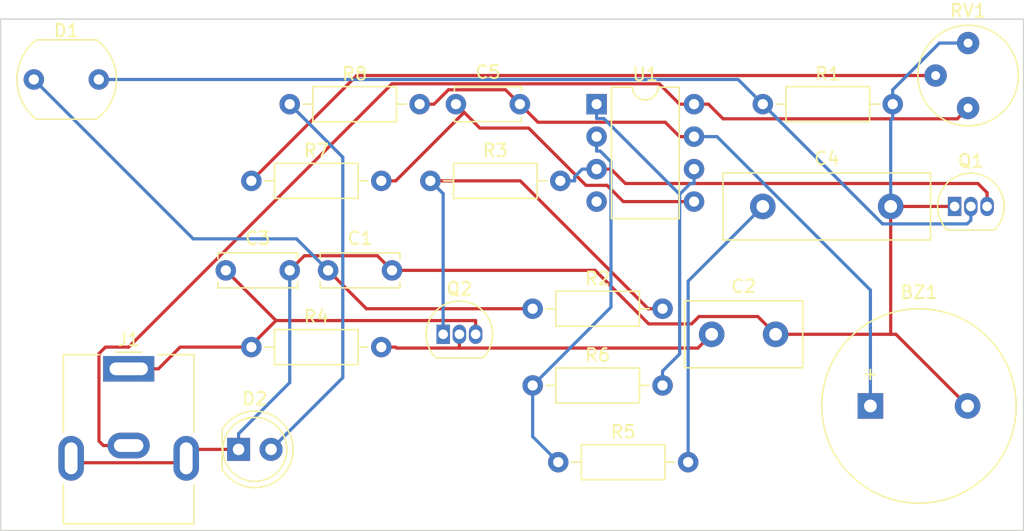
<source format=kicad_pcb>
(kicad_pcb (version 20211014) (generator pcbnew)
  (title_block (title "gammaray2usb") (date "2021-12-27") (rev "0.3x") (company "Fort Sand, Inc."))
  (layers (0 "F.Cu" signal) (31 "B.Cu" signal) (34 "B.Paste" user) (35 "F.Paste" user) (36 "B.SilkS" user "B.Silkscreen") (37 "F.SilkS" user "F.Silkscreen") (38 "B.Mask" user) (39 "F.Mask" user) (44 "Edge.Cuts" user))
  (net 0 "")
  (net 1 "Net-(BZ1-Pad1)")
  (net 2 "GND")
  (net 3 "Net-(C1-Pad1)")
  (net 4 "Net-(C2-Pad1)")
  (net 5 "+9V")
  (net 6 "Net-(C4-Pad1)")
  (net 7 "Net-(C5-Pad1)")
  (net 8 "Net-(D1-Pad2)")
  (net 9 "Net-(D2-Pad2)")
  (net 10 "Net-(Q1-Pad3)")
  (net 11 "Net-(Q2-Pad1)")
  (net 12 "Net-(R5-Pad1)")
  (net 13 "Net-(R6-Pad2)")
  (net 14 "Net-(R7-Pad1)")
  (net 15 "GNDREF")
  (net 16 "-9V")
  (footprint "Potentiometer_THT:Potentiometer_Bourns_3339P_Vertical_HandSoldering" (layer "F.Cu") (at 195.0546 78.3019)
    (fp_text reference "RV1" (at 0 -7.6) (layer "F.SilkS"))
    (fp_text value "250kΩ")
    (fp_circle (center 0 -2.54) (end 3.93 -2.54) (layer "F.SilkS") (width 0.12) (fill none))
    (pad "1" thru_hole circle locked (at 0 0) (size 1.75 1.75) (drill 0.7) (layers *.Cu *.Mask) (net 5 "+9V"))
    (pad "2" thru_hole circle locked (at -2.54 -2.54) (size 1.75 1.75) (drill 0.7) (layers *.Cu *.Mask) (net 14 "Net-(R7-Pad1)"))
    (pad "3" thru_hole circle locked (at 0 -5.08) (size 1.75 1.75) (drill 0.7) (layers *.Cu *.Mask) (net 2 "GND"))
  )
  (footprint "Resistor_THT:R_Axial_DIN0207_L6.3mm_D2.5mm_P10.16mm_Horizontal" (layer "F.Cu") (at 161 94)
    (fp_text reference "R2" (at 5.08 -2.37) (layer "F.SilkS"))
    (fp_text value "1.5M")
    (fp_line (start 9.12 0) (end 8.35 0) (layer "F.SilkS") (width 0.12))
    (fp_line (start 1.81 1.37) (end 8.35 1.37) (layer "F.SilkS") (width 0.12))
    (fp_line (start 1.81 -1.37) (end 1.81 1.37) (layer "F.SilkS") (width 0.12))
    (fp_line (start 1.04 0) (end 1.81 0) (layer "F.SilkS") (width 0.12))
    (fp_line (start 8.35 1.37) (end 8.35 -1.37) (layer "F.SilkS") (width 0.12))
    (fp_line (start 8.35 -1.37) (end 1.81 -1.37) (layer "F.SilkS") (width 0.12))
    (pad "1" thru_hole circle locked (at 0 0) (size 1.6 1.6) (drill 0.8) (layers *.Cu *.Mask) (net 3 "Net-(C1-Pad1)"))
    (pad "2" thru_hole oval locked (at 10.16 0) (size 1.6 1.6) (drill 0.8) (layers *.Cu *.Mask) (net 11 "Net-(Q2-Pad1)"))
  )
  (footprint "Resistor_THT:R_Axial_DIN0207_L6.3mm_D2.5mm_P10.16mm_Horizontal" (layer "F.Cu") (at 163 106)
    (fp_text reference "R5" (at 5.08 -2.37) (layer "F.SilkS"))
    (fp_text value "1k")
    (fp_line (start 9.12 0) (end 8.35 0) (layer "F.SilkS") (width 0.12))
    (fp_line (start 1.04 0) (end 1.81 0) (layer "F.SilkS") (width 0.12))
    (fp_line (start 1.81 1.37) (end 8.35 1.37) (layer "F.SilkS") (width 0.12))
    (fp_line (start 8.35 1.37) (end 8.35 -1.37) (layer "F.SilkS") (width 0.12))
    (fp_line (start 8.35 -1.37) (end 1.81 -1.37) (layer "F.SilkS") (width 0.12))
    (fp_line (start 1.81 -1.37) (end 1.81 1.37) (layer "F.SilkS") (width 0.12))
    (pad "1" thru_hole circle locked (at 0 0) (size 1.6 1.6) (drill 0.8) (layers *.Cu *.Mask) (net 12 "Net-(R5-Pad1)"))
    (pad "2" thru_hole oval locked (at 10.16 0) (size 1.6 1.6) (drill 0.8) (layers *.Cu *.Mask) (net 6 "Net-(C4-Pad1)"))
  )
  (footprint "Resistor_THT:R_Axial_DIN0207_L6.3mm_D2.5mm_P10.16mm_Horizontal" (layer "F.Cu") (at 142 78)
    (fp_text reference "R8" (at 5.08 -2.37) (layer "F.SilkS"))
    (fp_text value "1k")
    (fp_line (start 1.81 1.37) (end 8.35 1.37) (layer "F.SilkS") (width 0.12))
    (fp_line (start 1.81 -1.37) (end 1.81 1.37) (layer "F.SilkS") (width 0.12))
    (fp_line (start 8.35 -1.37) (end 1.81 -1.37) (layer "F.SilkS") (width 0.12))
    (fp_line (start 1.04 0) (end 1.81 0) (layer "F.SilkS") (width 0.12))
    (fp_line (start 8.35 1.37) (end 8.35 -1.37) (layer "F.SilkS") (width 0.12))
    (fp_line (start 9.12 0) (end 8.35 0) (layer "F.SilkS") (width 0.12))
    (pad "1" thru_hole circle locked (at 0 0) (size 1.6 1.6) (drill 0.8) (layers *.Cu *.Mask) (net 9 "Net-(D2-Pad2)"))
    (pad "2" thru_hole oval locked (at 10.16 0) (size 1.6 1.6) (drill 0.8) (layers *.Cu *.Mask) (net 1 "Net-(BZ1-Pad1)"))
  )
  (footprint "Capacitor_THT:C_Disc_D6.0mm_W2.5mm_P5.00mm" (layer "F.Cu") (at 145 91)
    (fp_text reference "C1" (at 2.5 -2.5) (layer "F.SilkS"))
    (fp_text value "0.1µF")
    (fp_line (start -0.62 -1.37) (end -0.62 -0.925) (layer "F.SilkS") (width 0.12))
    (fp_line (start -0.62 -1.37) (end 5.62 -1.37) (layer "F.SilkS") (width 0.12))
    (fp_line (start 5.62 0.925) (end 5.62 1.37) (layer "F.SilkS") (width 0.12))
    (fp_line (start -0.62 0.925) (end -0.62 1.37) (layer "F.SilkS") (width 0.12))
    (fp_line (start -0.62 1.37) (end 5.62 1.37) (layer "F.SilkS") (width 0.12))
    (fp_line (start 5.62 -1.37) (end 5.62 -0.925) (layer "F.SilkS") (width 0.12))
    (pad "1" thru_hole circle locked (at 0 0) (size 1.6 1.6) (drill 0.8) (layers *.Cu *.Mask) (net 3 "Net-(C1-Pad1)"))
    (pad "2" thru_hole circle locked (at 5 0) (size 1.6 1.6) (drill 0.8) (layers *.Cu *.Mask) (net 2 "GND"))
  )
  (footprint "Resistor_THT:R_Axial_DIN0207_L6.3mm_D2.5mm_P10.16mm_Horizontal" (layer "F.Cu") (at 153 84)
    (fp_text reference "R3" (at 5.08 -2.37) (layer "F.SilkS"))
    (fp_text value "56k")
    (fp_line (start 8.35 -1.37) (end 1.81 -1.37) (layer "F.SilkS") (width 0.12))
    (fp_line (start 1.81 1.37) (end 8.35 1.37) (layer "F.SilkS") (width 0.12))
    (fp_line (start 8.35 1.37) (end 8.35 -1.37) (layer "F.SilkS") (width 0.12))
    (fp_line (start 1.04 0) (end 1.81 0) (layer "F.SilkS") (width 0.12))
    (fp_line (start 9.12 0) (end 8.35 0) (layer "F.SilkS") (width 0.12))
    (fp_line (start 1.81 -1.37) (end 1.81 1.37) (layer "F.SilkS") (width 0.12))
    (pad "1" thru_hole circle locked (at 0 0) (size 1.6 1.6) (drill 0.8) (layers *.Cu *.Mask) (net 11 "Net-(Q2-Pad1)"))
    (pad "2" thru_hole oval locked (at 10.16 0) (size 1.6 1.6) (drill 0.8) (layers *.Cu *.Mask) (net 10 "Net-(Q1-Pad3)"))
  )
  (footprint "Resistor_THT:R_Axial_DIN0207_L6.3mm_D2.5mm_P10.16mm_Horizontal" (layer "F.Cu") (at 161 100)
    (fp_text reference "R6" (at 5.08 -2.37) (layer "F.SilkS"))
    (fp_text value "1.5M")
    (fp_line (start 1.81 1.37) (end 8.35 1.37) (layer "F.SilkS") (width 0.12))
    (fp_line (start 8.35 -1.37) (end 1.81 -1.37) (layer "F.SilkS") (width 0.12))
    (fp_line (start 9.12 0) (end 8.35 0) (layer "F.SilkS") (width 0.12))
    (fp_line (start 1.81 -1.37) (end 1.81 1.37) (layer "F.SilkS") (width 0.12))
    (fp_line (start 8.35 1.37) (end 8.35 -1.37) (layer "F.SilkS") (width 0.12))
    (fp_line (start 1.04 0) (end 1.81 0) (layer "F.SilkS") (width 0.12))
    (pad "1" thru_hole circle locked (at 0 0) (size 1.6 1.6) (drill 0.8) (layers *.Cu *.Mask) (net 12 "Net-(R5-Pad1)"))
    (pad "2" thru_hole oval locked (at 10.16 0) (size 1.6 1.6) (drill 0.8) (layers *.Cu *.Mask) (net 13 "Net-(R6-Pad2)"))
  )
  (footprint "Package_TO_SOT_THT:TO-92_Inline" (layer "F.Cu") (at 194 86)
    (fp_text reference "Q1" (at 1.27 -3.56) (layer "F.SilkS"))
    (fp_text value "2N7000")
    (fp_line (start -0.53 1.85) (end 3.07 1.85) (layer "F.SilkS") (width 0.12))
    (fp_arc (start 1.27 -2.6) (mid 3.672087 -0.994977) (end 3.108478 1.838478) (layer "F.SilkS") (width 0.12))
    (fp_arc (start -0.568478 1.838478) (mid -1.132087 -0.994977) (end 1.27 -2.6) (layer "F.SilkS") (width 0.12))
    (pad "1" thru_hole rect locked (at 0 0) (size 1.05 1.5) (drill 0.75) (layers *.Cu *.Mask) (net 2 "GND"))
    (pad "2" thru_hole oval locked (at 1.27 0) (size 1.05 1.5) (drill 0.75) (layers *.Cu *.Mask) (net 8 "Net-(D1-Pad2)"))
    (pad "3" thru_hole oval locked (at 2.54 0) (size 1.05 1.5) (drill 0.75) (layers *.Cu *.Mask) (net 10 "Net-(Q1-Pad3)"))
  )
  (footprint "Package_DIP:DIP-8_W7.62mm" (layer "F.Cu") (at 166 78)
    (fp_text reference "U1" (at 3.81 -2.33) (layer "F.SilkS"))
    (fp_text value "LM358")
    (fp_line (start 6.46 -1.33) (end 4.81 -1.33) (layer "F.SilkS") (width 0.12))
    (fp_line (start 2.81 -1.33) (end 1.16 -1.33) (layer "F.SilkS") (width 0.12))
    (fp_line (start 1.16 8.95) (end 6.46 8.95) (layer "F.SilkS") (width 0.12))
    (fp_line (start 1.16 -1.33) (end 1.16 8.95) (layer "F.SilkS") (width 0.12))
    (fp_line (start 6.46 8.95) (end 6.46 -1.33) (layer "F.SilkS") (width 0.12))
    (fp_arc (start 4.81 -1.33) (mid 3.81 -0.33) (end 2.81 -1.33) (layer "F.SilkS") (width 0.12))
    (pad "1" thru_hole rect locked (at 0 0) (size 1.6 1.6) (drill 0.8) (layers *.Cu *.Mask) (net 13 "Net-(R6-Pad2)"))
    (pad "2" thru_hole oval locked (at 0 2.54) (size 1.6 1.6) (drill 0.8) (layers *.Cu *.Mask) (net 12 "Net-(R5-Pad1)"))
    (pad "3" thru_hole oval locked (at 0 5.08) (size 1.6 1.6) (drill 0.8) (layers *.Cu *.Mask) (net 10 "Net-(Q1-Pad3)"))
    (pad "4" thru_hole oval locked (at 0 7.62) (size 1.6 1.6) (drill 0.8) (layers *.Cu *.Mask) (net 15 "GNDREF"))
    (pad "5" thru_hole oval locked (at 7.62 7.62) (size 1.6 1.6) (drill 0.8) (layers *.Cu *.Mask) (net 7 "Net-(C5-Pad1)"))
    (pad "6" thru_hole oval locked (at 7.62 5.08) (size 1.6 1.6) (drill 0.8) (layers *.Cu *.Mask) (net 13 "Net-(R6-Pad2)"))
    (pad "7" thru_hole oval locked (at 7.62 2.54) (size 1.6 1.6) (drill 0.8) (layers *.Cu *.Mask) (net 1 "Net-(BZ1-Pad1)"))
    (pad "8" thru_hole oval locked (at 7.62 0) (size 1.6 1.6) (drill 0.8) (layers *.Cu *.Mask) (net 5 "+9V"))
  )
  (footprint "Resistor_THT:R_Axial_DIN0207_L6.3mm_D2.5mm_P10.16mm_Horizontal" (layer "F.Cu") (at 179 78)
    (fp_text reference "R1" (at 5.08 -2.37) (layer "F.SilkS"))
    (fp_text value "10M")
    (fp_line (start 9.12 0) (end 8.35 0) (layer "F.SilkS") (width 0.12))
    (fp_line (start 8.35 -1.37) (end 1.81 -1.37) (layer "F.SilkS") (width 0.12))
    (fp_line (start 8.35 1.37) (end 8.35 -1.37) (layer "F.SilkS") (width 0.12))
    (fp_line (start 1.81 -1.37) (end 1.81 1.37) (layer "F.SilkS") (width 0.12))
    (fp_line (start 1.04 0) (end 1.81 0) (layer "F.SilkS") (width 0.12))
    (fp_line (start 1.81 1.37) (end 8.35 1.37) (layer "F.SilkS") (width 0.12))
    (pad "1" thru_hole circle locked (at 0 0) (size 1.6 1.6) (drill 0.8) (layers *.Cu *.Mask) (net 8 "Net-(D1-Pad2)"))
    (pad "2" thru_hole oval locked (at 10.16 0) (size 1.6 1.6) (drill 0.8) (layers *.Cu *.Mask) (net 2 "GND"))
  )
  (footprint "Resistor_THT:R_Axial_DIN0207_L6.3mm_D2.5mm_P10.16mm_Horizontal" (layer "F.Cu") (at 139 84)
    (fp_text reference "R7" (at 5.08 -2.37) (layer "F.SilkS"))
    (fp_text value "1k")
    (fp_line (start 8.35 -1.37) (end 1.81 -1.37) (layer "F.SilkS") (width 0.12))
    (fp_line (start 9.12 0) (end 8.35 0) (layer "F.SilkS") (width 0.12))
    (fp_line (start 1.81 -1.37) (end 1.81 1.37) (layer "F.SilkS") (width 0.12))
    (fp_line (start 8.35 1.37) (end 8.35 -1.37) (layer "F.SilkS") (width 0.12))
    (fp_line (start 1.81 1.37) (end 8.35 1.37) (layer "F.SilkS") (width 0.12))
    (fp_line (start 1.04 0) (end 1.81 0) (layer "F.SilkS") (width 0.12))
    (pad "1" thru_hole circle locked (at 0 0) (size 1.6 1.6) (drill 0.8) (layers *.Cu *.Mask) (net 14 "Net-(R7-Pad1)"))
    (pad "2" thru_hole oval locked (at 10.16 0) (size 1.6 1.6) (drill 0.8) (layers *.Cu *.Mask) (net 7 "Net-(C5-Pad1)"))
  )
  (footprint "Buzzer_Beeper:Buzzer_15x7.5RM7.6" (layer "F.Cu") (at 187.4143 101.6035)
    (fp_text reference "BZ1" (at 3.81 -8.89) (layer "F.SilkS"))
    (fp_text value "Buzzer")
    (fp_text user "+" (at -0.01 -2.54) (layer "F.SilkS"))
    (fp_circle (center 3.8 0) (end 11.4 0) (layer "F.SilkS") (width 0.12) (fill none))
    (pad "1" thru_hole rect locked (at 0 0) (size 2 2) (drill 1) (layers *.Cu *.Mask) (net 1 "Net-(BZ1-Pad1)"))
    (pad "2" thru_hole circle locked (at 7.6 0) (size 2 2) (drill 1) (layers *.Cu *.Mask) (net 2 "GND"))
  )
  (footprint "Capacitor_THT:C_Disc_D5.0mm_W2.5mm_P5.00mm" (layer "F.Cu") (at 155 78)
    (fp_text reference "C5" (at 2.5 -2.5) (layer "F.SilkS"))
    (fp_text value "0.01µF")
    (fp_line (start -0.12 1.37) (end 5.12 1.37) (layer "F.SilkS") (width 0.12))
    (fp_line (start 5.12 1.055) (end 5.12 1.37) (layer "F.SilkS") (width 0.12))
    (fp_line (start -0.12 1.055) (end -0.12 1.37) (layer "F.SilkS") (width 0.12))
    (fp_line (start 5.12 -1.37) (end 5.12 -1.055) (layer "F.SilkS") (width 0.12))
    (fp_line (start -0.12 -1.37) (end -0.12 -1.055) (layer "F.SilkS") (width 0.12))
    (fp_line (start -0.12 -1.37) (end 5.12 -1.37) (layer "F.SilkS") (width 0.12))
    (pad "1" thru_hole circle locked (at 0 0) (size 1.6 1.6) (drill 0.8) (layers *.Cu *.Mask) (net 7 "Net-(C5-Pad1)"))
    (pad "2" thru_hole circle locked (at 5 0) (size 1.6 1.6) (drill 0.8) (layers *.Cu *.Mask) (net 1 "Net-(BZ1-Pad1)"))
  )
  (footprint "Capacitor_THT:C_Disc_D16.0mm_W5.0mm_P10.00mm" (layer "F.Cu") (at 179 86)
    (fp_text reference "C4" (at 5 -3.75) (layer "F.SilkS"))
    (fp_text value "0.02µF")
    (fp_line (start -3.12 2.62) (end 13.12 2.62) (layer "F.SilkS") (width 0.12))
    (fp_line (start 13.12 -2.62) (end 13.12 2.62) (layer "F.SilkS") (width 0.12))
    (fp_line (start -3.12 -2.62) (end 13.12 -2.62) (layer "F.SilkS") (width 0.12))
    (fp_line (start -3.12 -2.62) (end -3.12 2.62) (layer "F.SilkS") (width 0.12))
    (pad "1" thru_hole circle locked (at 0 0) (size 2 2) (drill 1) (layers *.Cu *.Mask) (net 6 "Net-(C4-Pad1)"))
    (pad "2" thru_hole circle locked (at 10 0) (size 2 2) (drill 1) (layers *.Cu *.Mask) (net 2 "GND"))
  )
  (footprint "Capacitor_THT:C_Disc_D6.0mm_W2.5mm_P5.00mm" (layer "F.Cu") (at 137 91)
    (fp_text reference "C3" (at 2.5 -2.5) (layer "F.SilkS"))
    (fp_text value "0.1µF")
    (fp_line (start 5.62 -1.37) (end 5.62 -0.925) (layer "F.SilkS") (width 0.12))
    (fp_line (start -0.62 -1.37) (end 5.62 -1.37) (layer "F.SilkS") (width 0.12))
    (fp_line (start -0.62 0.925) (end -0.62 1.37) (layer "F.SilkS") (width 0.12))
    (fp_line (start -0.62 -1.37) (end -0.62 -0.925) (layer "F.SilkS") (width 0.12))
    (fp_line (start 5.62 0.925) (end 5.62 1.37) (layer "F.SilkS") (width 0.12))
    (fp_line (start -0.62 1.37) (end 5.62 1.37) (layer "F.SilkS") (width 0.12))
    (pad "1" thru_hole circle locked (at 0 0) (size 1.6 1.6) (drill 0.8) (layers *.Cu *.Mask) (net 16 "-9V"))
    (pad "2" thru_hole circle locked (at 5 0) (size 1.6 1.6) (drill 0.8) (layers *.Cu *.Mask) (net 2 "GND"))
  )
  (footprint "OptoDevice:R_LDR_7x6mm_P5.1mm_Vertical" (layer "F.Cu") (at 121.9869 76.0703)
    (fp_text reference "D1" (at 2.54 -3.81) (layer "F.SilkS"))
    (fp_text value "BPW34")
    (fp_line (start 0.2 -3.1) (end 4.9 -3.1) (layer "F.SilkS") (width 0.12))
    (fp_line (start 0.2 3.1) (end 4.9 3.1) (layer "F.SilkS") (width 0.12))
    (fp_arc (start 4.9 -3.1) (mid 6.460049 0.00492) (end 4.89209 3.105853) (layer "F.SilkS") (width 0.12))
    (fp_arc (start 0.2 3.1) (mid -1.320423 -0.016888) (end 0.226796 -3.120561) (layer "F.SilkS") (width 0.12))
    (pad "1" thru_hole circle locked (at 0 0) (size 1.6 1.6) (drill 0.8) (layers *.Cu *.Mask) (net 3 "Net-(C1-Pad1)"))
    (pad "2" thru_hole circle locked (at 5.08 0) (size 1.6 1.6) (drill 0.8) (layers *.Cu *.Mask) (net 8 "Net-(D1-Pad2)"))
  )
  (footprint "LED_THT:LED_D5.0mm" (layer "F.Cu") (at 138 105)
    (fp_text reference "D2" (at 1.27 -3.96) (layer "F.SilkS"))
    (fp_text value "LED")
    (fp_line (start -1.29 -1.545) (end -1.29 1.545) (layer "F.SilkS") (width 0.12))
    (fp_arc (start -1.29 -1.54483) (mid 2.072002 -2.880433) (end 4.26 0.000462) (layer "F.SilkS") (width 0.12))
    (fp_arc (start 4.26 -0.000462) (mid 2.072002 2.880433) (end -1.29 1.54483) (layer "F.SilkS") (width 0.12))
    (fp_circle (center 1.27 0) (end 3.77 0) (layer "F.SilkS") (width 0.12) (fill none))
    (pad "1" thru_hole rect locked (at 0 0) (size 1.8 1.8) (drill 0.9) (layers *.Cu *.Mask) (net 2 "GND"))
    (pad "2" thru_hole circle locked (at 2.54 0) (size 1.8 1.8) (drill 0.9) (layers *.Cu *.Mask) (net 9 "Net-(D2-Pad2)"))
  )
  (footprint "Connector_BarrelJack:BarrelJack_CUI_PJ-063AH_Horizontal" (layer "F.Cu") (at 129.4052 98.6984)
    (fp_text reference "J1" (at 0 -2.3) (layer "F.SilkS"))
    (fp_text value "Barrel_Jack_MountingPin")
    (fp_line (start -5.11 -1.11) (end -2.3 -1.11) (layer "F.SilkS") (width 0.12))
    (fp_line (start -1 -1.3) (end 1 -1.3) (layer "F.SilkS") (width 0.12))
    (fp_line (start -5.11 12.11) (end -5.11 9.05) (layer "F.SilkS") (width 0.12))
    (fp_line (start 2.3 -1.11) (end 5.11 -1.11) (layer "F.SilkS") (width 0.12))
    (fp_line (start 5.11 12.11) (end -5.11 12.11) (layer "F.SilkS") (width 0.12))
    (fp_line (start 5.11 9.05) (end 5.11 12.11) (layer "F.SilkS") (width 0.12))
    (fp_line (start 5.11 -1.11) (end 5.11 4.95) (layer "F.SilkS") (width 0.12))
    (fp_line (start -5.11 4.95) (end -5.11 -1.11) (layer "F.SilkS") (width 0.12))
    (pad "" np_thru_hole circle locked (at 0 9) (size 1.6 1.6) (drill 1.6) (layers *.Cu *.Mask))
    (pad "1" thru_hole rect locked (at 0 0) (size 4 2) (drill oval 3 1) (layers *.Cu *.Mask) (net 16 "-9V"))
    (pad "2" thru_hole oval locked (at 0 6) (size 3.3 2) (drill oval 2.3 1) (layers *.Cu *.Mask) (net 5 "+9V"))
    (pad "MP" thru_hole oval locked (at 4.5 7) (size 2 3.5) (drill oval 1 2.5) (layers *.Cu *.Mask) (net 2 "GND"))
    (pad "MP" thru_hole oval locked (at -4.5 7) (size 2 3.5) (drill oval 1 2.5) (layers *.Cu *.Mask) (net 2 "GND"))
  )
  (footprint "Package_TO_SOT_THT:TO-92_Inline" (layer "F.Cu") (at 154 96)
    (fp_text reference "Q2" (at 1.27 -3.56) (layer "F.SilkS"))
    (fp_text value "2N3904")
    (fp_line (start -0.53 1.85) (end 3.07 1.85) (layer "F.SilkS") (width 0.12))
    (fp_arc (start 1.27 -2.6) (mid 3.672087 -0.994977) (end 3.108478 1.838478) (layer "F.SilkS") (width 0.12))
    (fp_arc (start -0.568478 1.838478) (mid -1.132087 -0.994977) (end 1.27 -2.6) (layer "F.SilkS") (width 0.12))
    (pad "1" thru_hole rect locked (at 0 0) (size 1.05 1.5) (drill 0.75) (layers *.Cu *.Mask) (net 11 "Net-(Q2-Pad1)"))
    (pad "2" thru_hole oval locked (at 1.27 0) (size 1.05 1.5) (drill 0.75) (layers *.Cu *.Mask) (net 4 "Net-(C2-Pad1)"))
    (pad "3" thru_hole oval locked (at 2.54 0) (size 1.05 1.5) (drill 0.75) (layers *.Cu *.Mask) (net 16 "-9V"))
  )
  (footprint "Resistor_THT:R_Axial_DIN0207_L6.3mm_D2.5mm_P10.16mm_Horizontal" (layer "F.Cu") (at 139 97)
    (fp_text reference "R4" (at 5.08 -2.37) (layer "F.SilkS"))
    (fp_text value "150k")
    (fp_line (start 8.35 1.37) (end 8.35 -1.37) (layer "F.SilkS") (width 0.12))
    (fp_line (start 1.81 1.37) (end 8.35 1.37) (layer "F.SilkS") (width 0.12))
    (fp_line (start 1.04 0) (end 1.81 0) (layer "F.SilkS") (width 0.12))
    (fp_line (start 8.35 -1.37) (end 1.81 -1.37) (layer "F.SilkS") (width 0.12))
    (fp_line (start 1.81 -1.37) (end 1.81 1.37) (layer "F.SilkS") (width 0.12))
    (fp_line (start 9.12 0) (end 8.35 0) (layer "F.SilkS") (width 0.12))
    (pad "1" thru_hole circle locked (at 0 0) (size 1.6 1.6) (drill 0.8) (layers *.Cu *.Mask) (net 16 "-9V"))
    (pad "2" thru_hole oval locked (at 10.16 0) (size 1.6 1.6) (drill 0.8) (layers *.Cu *.Mask) (net 4 "Net-(C2-Pad1)"))
  )
  (footprint "Capacitor_THT:C_Disc_D9.0mm_W5.0mm_P5.00mm" (layer "F.Cu") (at 175 96)
    (fp_text reference "C2" (at 2.5 -3.75) (layer "F.SilkS"))
    (fp_text value "100 uF")
    (fp_line (start -2.12 2.62) (end 7.12 2.62) (layer "F.SilkS") (width 0.12))
    (fp_line (start -2.12 -2.62) (end -2.12 2.62) (layer "F.SilkS") (width 0.12))
    (fp_line (start -2.12 -2.62) (end 7.12 -2.62) (layer "F.SilkS") (width 0.12))
    (fp_line (start 7.12 -2.62) (end 7.12 2.62) (layer "F.SilkS") (width 0.12))
    (pad "1" thru_hole circle locked (at 0 0) (size 2 2) (drill 1) (layers *.Cu *.Mask) (net 4 "Net-(C2-Pad1)"))
    (pad "2" thru_hole circle locked (at 5 0) (size 2 2) (drill 1) (layers *.Cu *.Mask) (net 2 "GND"))
  )
  (gr_line (start 199.390549 111.345251) (end 119.390549 111.345251) (layer "Edge.Cuts") (width 0.1))
  (gr_line (start 119.390549 71.345251) (end 199.390549 71.345251) (layer "Edge.Cuts") (width 0.1))
  (gr_line (start 199.390549 71.345251) (end 199.390549 111.345251) (layer "Edge.Cuts") (width 0.1))
  (gr_line (start 119.390549 111.345251) (end 119.390549 71.345251) (layer "Edge.Cuts") (width 0.1))
  (segment (start 158.8747 76.8747) (end 154.4106 76.8747) (width 0.25) (layer "F.Cu") (net 1))
  (segment (start 173.62 80.54) (end 172.4947 80.54) (width 0.25) (layer "F.Cu") (net 1))
  (segment (start 171.3694 79.4147) (end 161.4147 79.4147) (width 0.25) (layer "F.Cu") (net 1))
  (segment (start 160 78) (end 158.8747 76.8747) (width 0.25) (layer "F.Cu") (net 1))
  (segment (start 161.4147 79.4147) (end 160 78) (width 0.25) (layer "F.Cu") (net 1))
  (segment (start 172.4947 80.54) (end 171.3694 79.4147) (width 0.25) (layer "F.Cu") (net 1))
  (segment (start 154.4106 76.8747) (end 153.2853 78) (width 0.25) (layer "F.Cu") (net 1))
  (segment (start 152.16 78) (end 153.2853 78) (width 0.25) (layer "F.Cu") (net 1))
  (segment (start 173.62 80.54) (end 175.416 80.54) (width 0.25) (layer "B.Cu") (net 1))
  (segment (start 175.416 80.54) (end 187.4143 92.5383) (width 0.25) (layer "B.Cu") (net 1))
  (segment (start 187.4143 92.5383) (end 187.4143 101.6035) (width 0.25) (layer "B.Cu") (net 1))
  (segment (start 178.6099 94.6099) (end 180 96) (width 0.25) (layer "F.Cu") (net 2))
  (segment (start 133.5589 106.0447) (end 125.2515 106.0447) (width 0.25) (layer "F.Cu") (net 2))
  (segment (start 165.8912 91) (end 170.0758 95.1846) (width 0.25) (layer "F.Cu") (net 2))
  (segment (start 143.1458 89.8542) (end 148.8542 89.8542) (width 0.25) (layer "F.Cu") (net 2))
  (segment (start 194 86) (end 189 86) (width 0.25) (layer "F.Cu") (net 2))
  (segment (start 189.4108 96) (end 189 96) (width 0.25) (layer "F.Cu") (net 2))
  (segment (start 170.0758 95.1846) (end 173.4317 95.1846) (width 0.25) (layer "F.Cu") (net 2))
  (segment (start 138 105) (end 134.6036 105) (width 0.25) (layer "F.Cu") (net 2))
  (segment (start 189 96) (end 189 86) (width 0.25) (layer "F.Cu") (net 2))
  (segment (start 134.6036 105) (end 133.9052 105.6984) (width 0.25) (layer "F.Cu") (net 2))
  (segment (start 148.8542 89.8542) (end 150 91) (width 0.25) (layer "F.Cu") (net 2))
  (segment (start 133.9052 105.6984) (end 133.5589 106.0447) (width 0.25) (layer "F.Cu") (net 2))
  (segment (start 189 96) (end 180 96) (width 0.25) (layer "F.Cu") (net 2))
  (segment (start 125.2515 106.0447) (end 124.9052 105.6984) (width 0.25) (layer "F.Cu") (net 2))
  (segment (start 173.4317 95.1846) (end 174.0064 94.6099) (width 0.25) (layer "F.Cu") (net 2))
  (segment (start 142 91) (end 143.1458 89.8542) (width 0.25) (layer "F.Cu") (net 2))
  (segment (start 195.0143 101.6035) (end 189.4108 96) (width 0.25) (layer "F.Cu") (net 2))
  (segment (start 174.0064 94.6099) (end 178.6099 94.6099) (width 0.25) (layer "F.Cu") (net 2))
  (segment (start 150 91) (end 165.8912 91) (width 0.25) (layer "F.Cu") (net 2))
  (segment (start 192.8128 73.2219) (end 195.0546 73.2219) (width 0.25) (layer "B.Cu") (net 2))
  (segment (start 189.16 78) (end 189.16 79.1253) (width 0.25) (layer "B.Cu") (net 2))
  (segment (start 189 86) (end 189 79.2853) (width 0.25) (layer "B.Cu") (net 2))
  (segment (start 142 99.7747) (end 138 103.7747) (width 0.25) (layer "B.Cu") (net 2))
  (segment (start 189.16 78) (end 189.16 76.8747) (width 0.25) (layer "B.Cu") (net 2))
  (segment (start 138 105) (end 138 103.7747) (width 0.25) (layer "B.Cu") (net 2))
  (segment (start 189 79.2853) (end 189.16 79.1253) (width 0.25) (layer "B.Cu") (net 2))
  (segment (start 189.16 76.8747) (end 192.8128 73.2219) (width 0.25) (layer "B.Cu") (net 2))
  (segment (start 142 91) (end 142 99.7747) (width 0.25) (layer "B.Cu") (net 2))
  (segment (start 148 94) (end 161 94) (width 0.25) (layer "F.Cu") (net 3))
  (segment (start 145 91) (end 148 94) (width 0.25) (layer "F.Cu") (net 3))
  (segment (start 142.5339 88.5339) (end 134.4505 88.5339) (width 0.25) (layer "B.Cu") (net 3))
  (segment (start 145 91) (end 142.5339 88.5339) (width 0.25) (layer "B.Cu") (net 3))
  (segment (start 134.4505 88.5339) (end 121.9869 76.0703) (width 0.25) (layer "B.Cu") (net 3))
  (segment (start 149.16 97) (end 150.2853 97) (width 0.25) (layer "F.Cu") (net 4))
  (segment (start 155.27 97.0753) (end 150.3606 97.0753) (width 0.25) (layer "F.Cu") (net 4))
  (segment (start 173.9247 97.0753) (end 155.27 97.0753) (width 0.25) (layer "F.Cu") (net 4))
  (segment (start 150.3606 97.0753) (end 150.2853 97) (width 0.25) (layer "F.Cu") (net 4))
  (segment (start 175 96) (end 173.9247 97.0753) (width 0.25) (layer "F.Cu") (net 4))
  (segment (start 155.27 96) (end 155.27 97.0753) (width 0.25) (layer "F.Cu") (net 4))
  (segment (start 127.0798 97.5089) (end 127.0798 104.3483) (width 0.25) (layer "F.Cu") (net 5))
  (segment (start 174.1827 78) (end 173.62 78) (width 0.25) (layer "F.Cu") (net 5))
  (segment (start 175.8898 79.1445) (end 194.212 79.1445) (width 0.25) (layer "F.Cu") (net 5))
  (segment (start 127.0798 104.3483) (end 127.4299 104.6984) (width 0.25) (layer "F.Cu") (net 5))
  (segment (start 129.4052 104.6984) (end 127.4299 104.6984) (width 0.25) (layer "F.Cu") (net 5))
  (segment (start 173.62 78) (end 172.4947 78) (width 0.25) (layer "F.Cu") (net 5))
  (segment (start 194.212 79.1445) (end 195.0546 78.3019) (width 0.25) (layer "F.Cu") (net 5))
  (segment (start 149.9973 76.4081) (end 129.4052 97.0002) (width 0.25) (layer "F.Cu") (net 5))
  (segment (start 174.7453 78) (end 175.8898 79.1445) (width 0.25) (layer "F.Cu") (net 5))
  (segment (start 129.4052 97.0002) (end 127.5885 97.0002) (width 0.25) (layer "F.Cu") (net 5))
  (segment (start 174.1827 78) (end 174.7453 78) (width 0.25) (layer "F.Cu") (net 5))
  (segment (start 170.9028 76.4081) (end 149.9973 76.4081) (width 0.25) (layer "F.Cu") (net 5))
  (segment (start 172.4947 78) (end 170.9028 76.4081) (width 0.25) (layer "F.Cu") (net 5))
  (segment (start 127.5885 97.0002) (end 127.0798 97.5089) (width 0.25) (layer "F.Cu") (net 5))
  (segment (start 173.16 91.84) (end 173.16 106) (width 0.25) (layer "B.Cu") (net 6))
  (segment (start 179 86) (end 173.16 91.84) (width 0.25) (layer "B.Cu") (net 6))
  (segment (start 165.1667 84.35) (end 166.8197 84.35) (width 0.25) (layer "F.Cu") (net 7))
  (segment (start 168.0897 85.62) (end 173.62 85.62) (width 0.25) (layer "F.Cu") (net 7))
  (segment (start 155 78) (end 155.6427 78.6426) (width 0.25) (layer "F.Cu") (net 7))
  (segment (start 149.16 84) (end 150.2853 84) (width 0.25) (layer "F.Cu") (net 7))
  (segment (start 155.6427 78.6426) (end 150.2853 84) (width 0.25) (layer "F.Cu") (net 7))
  (segment (start 166.8197 84.35) (end 168.0897 85.62) (width 0.25) (layer "F.Cu") (net 7))
  (segment (start 156.8703 79.8703) (end 160.687 79.8703) (width 0.25) (layer "F.Cu") (net 7))
  (segment (start 155.6427 78.6426) (end 156.8703 79.8703) (width 0.25) (layer "F.Cu") (net 7))
  (segment (start 160.687 79.8703) (end 165.1667 84.35) (width 0.25) (layer "F.Cu") (net 7))
  (segment (start 194.98 87.3653) (end 188.3653 87.3653) (width 0.25) (layer "B.Cu") (net 8))
  (segment (start 195.27 87.0753) (end 194.98 87.3653) (width 0.25) (layer "B.Cu") (net 8))
  (segment (start 188.3653 87.3653) (end 179 78) (width 0.25) (layer "B.Cu") (net 8))
  (segment (start 179 78) (end 177.0703 76.0703) (width 0.25) (layer "B.Cu") (net 8))
  (segment (start 177.0703 76.0703) (end 127.0669 76.0703) (width 0.25) (layer "B.Cu") (net 8))
  (segment (start 195.27 86) (end 195.27 87.0753) (width 0.25) (layer "B.Cu") (net 8))
  (segment (start 142 78) (end 146.1488 82.1488) (width 0.25) (layer "B.Cu") (net 9))
  (segment (start 146.1488 99.3912) (end 140.54 105) (width 0.25) (layer "B.Cu") (net 9))
  (segment (start 146.1488 82.1488) (end 146.1488 99.3912) (width 0.25) (layer "B.Cu") (net 9))
  (segment (start 195.8206 84.2053) (end 168.2506 84.2053) (width 0.25) (layer "F.Cu") (net 10))
  (segment (start 168.2506 84.2053) (end 167.1253 83.08) (width 0.25) (layer "F.Cu") (net 10))
  (segment (start 196.54 84.9247) (end 195.8206 84.2053) (width 0.25) (layer "F.Cu") (net 10))
  (segment (start 166 83.08) (end 167.1253 83.08) (width 0.25) (layer "F.Cu") (net 10))
  (segment (start 196.54 86) (end 196.54 84.9247) (width 0.25) (layer "F.Cu") (net 10))
  (segment (start 164.8747 83.08) (end 164.2853 83.6694) (width 0.25) (layer "B.Cu") (net 10))
  (segment (start 163.16 84) (end 164.2853 84) (width 0.25) (layer "B.Cu") (net 10))
  (segment (start 164.2853 83.6694) (end 164.2853 84) (width 0.25) (layer "B.Cu") (net 10))
  (segment (start 166 83.08) (end 164.8747 83.08) (width 0.25) (layer "B.Cu") (net 10))
  (segment (start 160.0347 84) (end 153 84) (width 0.25) (layer "F.Cu") (net 11))
  (segment (start 170.0347 94) (end 160.0347 84) (width 0.25) (layer "F.Cu") (net 11))
  (segment (start 171.16 94) (end 170.0347 94) (width 0.25) (layer "F.Cu") (net 11))
  (segment (start 154 85) (end 153 84) (width 0.25) (layer "B.Cu") (net 11))
  (segment (start 154 96) (end 154 85) (width 0.25) (layer "B.Cu") (net 11))
  (segment (start 161 100) (end 167.1253 93.8747) (width 0.25) (layer "B.Cu") (net 12))
  (segment (start 167.1253 93.8747) (end 167.1253 82.5092) (width 0.25) (layer "B.Cu") (net 12))
  (segment (start 166 80.54) (end 166 81.6653) (width 0.25) (layer "B.Cu") (net 12))
  (segment (start 161 104) (end 161 100) (width 0.25) (layer "B.Cu") (net 12))
  (segment (start 166.2814 81.6653) (end 166 81.6653) (width 0.25) (layer "B.Cu") (net 12))
  (segment (start 167.1253 82.5092) (end 166.2814 81.6653) (width 0.25) (layer "B.Cu") (net 12))
  (segment (start 163 106) (end 161 104) (width 0.25) (layer "B.Cu") (net 12))
  (segment (start 173.62 83.08) (end 173.62 84.2053) (width 0.25) (layer "B.Cu") (net 13))
  (segment (start 166.5708 79.1253) (end 166 79.1253) (width 0.25) (layer "B.Cu") (net 13))
  (segment (start 172.4947 85.0492) (end 173.3386 84.2053) (width 0.25) (layer "B.Cu") (net 13))
  (segment (start 171.16 98.8747) (end 172.4947 97.54) (width 0.25) (layer "B.Cu") (net 13))
  (segment (start 166 78) (end 166 79.1253) (width 0.25) (layer "B.Cu") (net 13))
  (segment (start 171.16 100) (end 171.16 98.8747) (width 0.25) (layer "B.Cu") (net 13))
  (segment (start 172.4947 97.54) (end 172.4947 85.0492) (width 0.25) (layer "B.Cu") (net 13))
  (segment (start 172.4947 85.0492) (end 166.5708 79.1253) (width 0.25) (layer "B.Cu") (net 13))
  (segment (start 173.3386 84.2053) (end 173.62 84.2053) (width 0.25) (layer "B.Cu") (net 13))
  (segment (start 192.5146 75.7619) (end 147.2381 75.7619) (width 0.25) (layer "F.Cu") (net 14))
  (segment (start 147.2381 75.7619) (end 139 84) (width 0.25) (layer "F.Cu") (net 14))
  (segment (start 133.4289 97) (end 131.7305 98.6984) (width 0.25) (layer "F.Cu") (net 16))
  (segment (start 156.54 96) (end 156.54 94.9247) (width 0.25) (layer "F.Cu") (net 16))
  (segment (start 129.4052 98.6984) (end 131.7305 98.6984) (width 0.25) (layer "F.Cu") (net 16))
  (segment (start 139 97) (end 133.4289 97) (width 0.25) (layer "F.Cu") (net 16))
  (segment (start 140.9247 94.9247) (end 139 96.8494) (width 0.25) (layer "F.Cu") (net 16))
  (segment (start 139 96.8494) (end 139 97) (width 0.25) (layer "F.Cu") (net 16))
  (segment (start 140.9247 94.9247) (end 137 91) (width 0.25) (layer "F.Cu") (net 16))
  (segment (start 156.54 94.9247) (end 140.9247 94.9247) (width 0.25) (layer "F.Cu") (net 16))
)
</source>
